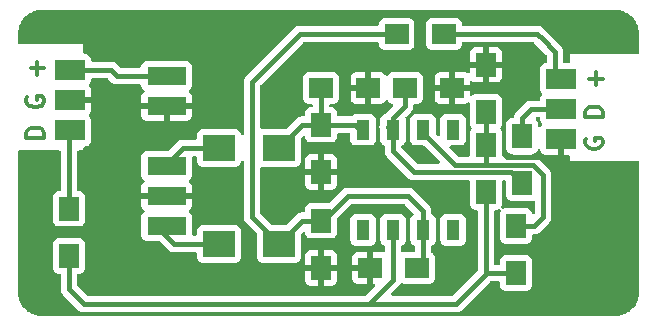
<source format=gbr>
%TF.GenerationSoftware,KiCad,Pcbnew,7.0.1*%
%TF.CreationDate,2024-12-17T12:14:20+02:00*%
%TF.ProjectId,preampV3,70726561-6d70-4563-932e-6b696361645f,rev?*%
%TF.SameCoordinates,Original*%
%TF.FileFunction,Copper,L1,Top*%
%TF.FilePolarity,Positive*%
%FSLAX46Y46*%
G04 Gerber Fmt 4.6, Leading zero omitted, Abs format (unit mm)*
G04 Created by KiCad (PCBNEW 7.0.1) date 2024-12-17 12:14:20*
%MOMM*%
%LPD*%
G01*
G04 APERTURE LIST*
%ADD10C,0.300000*%
%TA.AperFunction,NonConductor*%
%ADD11C,0.300000*%
%TD*%
%TA.AperFunction,SMDPad,CuDef*%
%ADD12R,2.000000X1.700000*%
%TD*%
%TA.AperFunction,SMDPad,CuDef*%
%ADD13R,2.700000X2.200000*%
%TD*%
%TA.AperFunction,SMDPad,CuDef*%
%ADD14R,1.700000X2.000000*%
%TD*%
%TA.AperFunction,ComponentPad*%
%ADD15R,1.130000X1.675000*%
%TD*%
%TA.AperFunction,SMDPad,CuDef*%
%ADD16R,2.500000X1.700000*%
%TD*%
%TA.AperFunction,ComponentPad*%
%ADD17R,3.290000X1.500000*%
%TD*%
%TA.AperFunction,Conductor*%
%ADD18C,0.400000*%
%TD*%
G04 APERTURE END LIST*
D10*
D11*
X171014657Y-95478742D02*
X170943228Y-95621600D01*
X170943228Y-95621600D02*
X170943228Y-95835885D01*
X170943228Y-95835885D02*
X171014657Y-96050171D01*
X171014657Y-96050171D02*
X171157514Y-96193028D01*
X171157514Y-96193028D02*
X171300371Y-96264457D01*
X171300371Y-96264457D02*
X171586085Y-96335885D01*
X171586085Y-96335885D02*
X171800371Y-96335885D01*
X171800371Y-96335885D02*
X172086085Y-96264457D01*
X172086085Y-96264457D02*
X172228942Y-96193028D01*
X172228942Y-96193028D02*
X172371800Y-96050171D01*
X172371800Y-96050171D02*
X172443228Y-95835885D01*
X172443228Y-95835885D02*
X172443228Y-95693028D01*
X172443228Y-95693028D02*
X172371800Y-95478742D01*
X172371800Y-95478742D02*
X172300371Y-95407314D01*
X172300371Y-95407314D02*
X171800371Y-95407314D01*
X171800371Y-95407314D02*
X171800371Y-95693028D01*
X172443228Y-93621600D02*
X170943228Y-93621600D01*
X170943228Y-93621600D02*
X170943228Y-93264457D01*
X170943228Y-93264457D02*
X171014657Y-93050171D01*
X171014657Y-93050171D02*
X171157514Y-92907314D01*
X171157514Y-92907314D02*
X171300371Y-92835885D01*
X171300371Y-92835885D02*
X171586085Y-92764457D01*
X171586085Y-92764457D02*
X171800371Y-92764457D01*
X171800371Y-92764457D02*
X172086085Y-92835885D01*
X172086085Y-92835885D02*
X172228942Y-92907314D01*
X172228942Y-92907314D02*
X172371800Y-93050171D01*
X172371800Y-93050171D02*
X172443228Y-93264457D01*
X172443228Y-93264457D02*
X172443228Y-93621600D01*
X171871800Y-90978743D02*
X171871800Y-89835886D01*
X172443228Y-90407314D02*
X171300371Y-90407314D01*
D10*
D11*
X125148428Y-95400857D02*
X123648428Y-95400857D01*
X123648428Y-95400857D02*
X123648428Y-95043714D01*
X123648428Y-95043714D02*
X123719857Y-94829428D01*
X123719857Y-94829428D02*
X123862714Y-94686571D01*
X123862714Y-94686571D02*
X124005571Y-94615142D01*
X124005571Y-94615142D02*
X124291285Y-94543714D01*
X124291285Y-94543714D02*
X124505571Y-94543714D01*
X124505571Y-94543714D02*
X124791285Y-94615142D01*
X124791285Y-94615142D02*
X124934142Y-94686571D01*
X124934142Y-94686571D02*
X125077000Y-94829428D01*
X125077000Y-94829428D02*
X125148428Y-95043714D01*
X125148428Y-95043714D02*
X125148428Y-95400857D01*
X123719857Y-91972285D02*
X123648428Y-92115143D01*
X123648428Y-92115143D02*
X123648428Y-92329428D01*
X123648428Y-92329428D02*
X123719857Y-92543714D01*
X123719857Y-92543714D02*
X123862714Y-92686571D01*
X123862714Y-92686571D02*
X124005571Y-92758000D01*
X124005571Y-92758000D02*
X124291285Y-92829428D01*
X124291285Y-92829428D02*
X124505571Y-92829428D01*
X124505571Y-92829428D02*
X124791285Y-92758000D01*
X124791285Y-92758000D02*
X124934142Y-92686571D01*
X124934142Y-92686571D02*
X125077000Y-92543714D01*
X125077000Y-92543714D02*
X125148428Y-92329428D01*
X125148428Y-92329428D02*
X125148428Y-92186571D01*
X125148428Y-92186571D02*
X125077000Y-91972285D01*
X125077000Y-91972285D02*
X125005571Y-91900857D01*
X125005571Y-91900857D02*
X124505571Y-91900857D01*
X124505571Y-91900857D02*
X124505571Y-92186571D01*
X124577000Y-90115143D02*
X124577000Y-88972286D01*
X125148428Y-89543714D02*
X124005571Y-89543714D01*
D12*
X159702000Y-91186000D03*
X155702000Y-91186000D03*
D13*
X139954000Y-96266000D03*
X145054000Y-96266000D03*
D14*
X165100000Y-102870000D03*
X165100000Y-106870000D03*
D15*
X159766000Y-94723500D03*
X157226000Y-94723500D03*
X154686000Y-94723500D03*
X152146000Y-94723500D03*
X152146000Y-103208500D03*
X154686000Y-103208500D03*
X157226000Y-103208500D03*
X159766000Y-103208500D03*
D14*
X148590000Y-102426000D03*
X148590000Y-106426000D03*
X162560000Y-96012000D03*
X162560000Y-100012000D03*
D12*
X148590000Y-91186000D03*
X152590000Y-91186000D03*
D14*
X162560000Y-89218000D03*
X162560000Y-93218000D03*
D16*
X127355600Y-92202000D03*
X127355600Y-89662000D03*
D14*
X127254000Y-101410000D03*
X127254000Y-105410000D03*
X165608000Y-95250000D03*
X165608000Y-99250000D03*
D16*
X168910000Y-90424000D03*
X168910000Y-92964000D03*
X168910000Y-95504000D03*
D17*
X135515000Y-90170000D03*
X135515000Y-92710000D03*
X135515000Y-97790000D03*
X135515000Y-100330000D03*
X135515000Y-102870000D03*
D12*
X155004000Y-86614000D03*
X159004000Y-86614000D03*
D13*
X139954000Y-104394000D03*
X145054000Y-104394000D03*
D14*
X148590000Y-94298000D03*
X148590000Y-98298000D03*
D12*
X156718000Y-106426000D03*
X152718000Y-106426000D03*
D16*
X127355600Y-94792800D03*
D18*
X164338000Y-97028000D02*
X164084000Y-96774000D01*
X168910000Y-97028000D02*
X164338000Y-97028000D01*
X168910000Y-95504000D02*
X168910000Y-97028000D01*
X147022000Y-94298000D02*
X148590000Y-94298000D01*
X148590000Y-94298000D02*
X151448000Y-94298000D01*
X145054000Y-96266000D02*
X147022000Y-94298000D01*
X151448000Y-94298000D02*
X152146000Y-94996000D01*
X148590000Y-94298000D02*
X148590000Y-91186000D01*
X157226000Y-101600000D02*
X157226000Y-102936000D01*
X142748000Y-90678000D02*
X142748000Y-102088000D01*
X148590000Y-102426000D02*
X148780000Y-102426000D01*
X156718000Y-106426000D02*
X157226000Y-105918000D01*
X155956000Y-100330000D02*
X157226000Y-101600000D01*
X148780000Y-102426000D02*
X150876000Y-100330000D01*
X157226000Y-105918000D02*
X157226000Y-102936000D01*
X145054000Y-104394000D02*
X147022000Y-102426000D01*
X146812000Y-86614000D02*
X142748000Y-90678000D01*
X150876000Y-100330000D02*
X155956000Y-100330000D01*
X142748000Y-102088000D02*
X145054000Y-104394000D01*
X155004000Y-86614000D02*
X146812000Y-86614000D01*
X147022000Y-102426000D02*
X148590000Y-102426000D01*
X131318000Y-90170000D02*
X134620000Y-90170000D01*
X130810000Y-89662000D02*
X131318000Y-90170000D01*
X127355600Y-89662000D02*
X130810000Y-89662000D01*
X127254000Y-101410000D02*
X127254000Y-94894400D01*
X127254000Y-94894400D02*
X127355600Y-94792800D01*
X166370000Y-92964000D02*
X168910000Y-92964000D01*
X165608000Y-95250000D02*
X165608000Y-93726000D01*
X165608000Y-93726000D02*
X166370000Y-92964000D01*
X168351200Y-92913200D02*
X168402000Y-92964000D01*
X162560000Y-96012000D02*
X162560000Y-93218000D01*
X166624000Y-102870000D02*
X165100000Y-102870000D01*
X167386000Y-98552000D02*
X167386000Y-102108000D01*
X167386000Y-102108000D02*
X166624000Y-102870000D01*
X162560000Y-96012000D02*
X162560000Y-97698000D01*
X157226000Y-94996000D02*
X159928000Y-97698000D01*
X159928000Y-97698000D02*
X162560000Y-97698000D01*
X162560000Y-97698000D02*
X166532000Y-97698000D01*
X166532000Y-97698000D02*
X167386000Y-98552000D01*
X154686000Y-94996000D02*
X154686000Y-96520000D01*
X154750000Y-94866000D02*
X154686000Y-94930000D01*
X156464000Y-98298000D02*
X164656000Y-98298000D01*
X155702000Y-92710000D02*
X155702000Y-91186000D01*
X154686000Y-93726000D02*
X155702000Y-92710000D01*
X154244000Y-94488000D02*
X154686000Y-94930000D01*
X164656000Y-98298000D02*
X165608000Y-99250000D01*
X154686000Y-94996000D02*
X154686000Y-93726000D01*
X154686000Y-96520000D02*
X156464000Y-98298000D01*
X134620000Y-102870000D02*
X136144000Y-104394000D01*
X136144000Y-104394000D02*
X139954000Y-104394000D01*
X135382000Y-97790000D02*
X136906000Y-96266000D01*
X134620000Y-97790000D02*
X135382000Y-97790000D01*
X136906000Y-96266000D02*
X139954000Y-96266000D01*
X162560000Y-106934000D02*
X160020000Y-109474000D01*
X154686000Y-102936000D02*
X154686000Y-107442000D01*
X127254000Y-105410000D02*
X127254000Y-108204000D01*
X154686000Y-107442000D02*
X152654000Y-109474000D01*
X162624000Y-106870000D02*
X162560000Y-106934000D01*
X152654000Y-109474000D02*
X160020000Y-109474000D01*
X127254000Y-108204000D02*
X128524000Y-109474000D01*
X162560000Y-100012000D02*
X162560000Y-106934000D01*
X165100000Y-106870000D02*
X162624000Y-106870000D01*
X128524000Y-109474000D02*
X152654000Y-109474000D01*
X168402000Y-88138000D02*
X167259000Y-86995000D01*
X159004000Y-86614000D02*
X166878000Y-86614000D01*
X166878000Y-86614000D02*
X167259000Y-86995000D01*
X168402000Y-90424000D02*
X168402000Y-88138000D01*
%TA.AperFunction,Conductor*%
G36*
X173518042Y-84582764D02*
G01*
X173597586Y-84587978D01*
X173597767Y-84587991D01*
X173775587Y-84600709D01*
X173790904Y-84602772D01*
X173902378Y-84624945D01*
X173904437Y-84625374D01*
X174044240Y-84655786D01*
X174057703Y-84659522D01*
X174171725Y-84698228D01*
X174175074Y-84699420D01*
X174302808Y-84747062D01*
X174314300Y-84752024D01*
X174424687Y-84806461D01*
X174429187Y-84808798D01*
X174546478Y-84872844D01*
X174555942Y-84878574D01*
X174659269Y-84947615D01*
X174664688Y-84951450D01*
X174770727Y-85030830D01*
X174778145Y-85036844D01*
X174871976Y-85119131D01*
X174877898Y-85124678D01*
X174971320Y-85218100D01*
X174976867Y-85224022D01*
X175059150Y-85317848D01*
X175065173Y-85325278D01*
X175102691Y-85375396D01*
X175144548Y-85431310D01*
X175148383Y-85436729D01*
X175217424Y-85540056D01*
X175223154Y-85549520D01*
X175287183Y-85666779D01*
X175289564Y-85671363D01*
X175343969Y-85781687D01*
X175348938Y-85793196D01*
X175396556Y-85920863D01*
X175397793Y-85924338D01*
X175436470Y-86038276D01*
X175440217Y-86051777D01*
X175470613Y-86191508D01*
X175471064Y-86193675D01*
X175493224Y-86305080D01*
X175495291Y-86320425D01*
X175507995Y-86498046D01*
X175508045Y-86498781D01*
X175513234Y-86577942D01*
X175513500Y-86586053D01*
X175513500Y-88189957D01*
X175496887Y-88251957D01*
X175451500Y-88297344D01*
X175389500Y-88313957D01*
X169662014Y-88313957D01*
X169662014Y-88949500D01*
X169645401Y-89011500D01*
X169600014Y-89056887D01*
X169538014Y-89073500D01*
X169226500Y-89073500D01*
X169164500Y-89056887D01*
X169119113Y-89011500D01*
X169102500Y-88949500D01*
X169102500Y-88162910D01*
X169102726Y-88155423D01*
X169102793Y-88154303D01*
X169106357Y-88095394D01*
X169095509Y-88036201D01*
X169094392Y-88028856D01*
X169087140Y-87969128D01*
X169083546Y-87959652D01*
X169077520Y-87938036D01*
X169075694Y-87928068D01*
X169050997Y-87873195D01*
X169048155Y-87866334D01*
X169026818Y-87810070D01*
X169021058Y-87801726D01*
X169010039Y-87782190D01*
X169005878Y-87772943D01*
X169002928Y-87769178D01*
X168968785Y-87725596D01*
X168964354Y-87719577D01*
X168930183Y-87670071D01*
X168885153Y-87630178D01*
X168879715Y-87625058D01*
X167390940Y-86136283D01*
X167385822Y-86130847D01*
X167345929Y-86085817D01*
X167296429Y-86051649D01*
X167290405Y-86047216D01*
X167243054Y-86010120D01*
X167233813Y-86005961D01*
X167214273Y-85994941D01*
X167205930Y-85989182D01*
X167205927Y-85989181D01*
X167205926Y-85989180D01*
X167149701Y-85967856D01*
X167142783Y-85964991D01*
X167087929Y-85940303D01*
X167077952Y-85938475D01*
X167056339Y-85932450D01*
X167046873Y-85928860D01*
X166987172Y-85921610D01*
X166979771Y-85920483D01*
X166920607Y-85909641D01*
X166860566Y-85913274D01*
X166853079Y-85913500D01*
X160628499Y-85913500D01*
X160566499Y-85896887D01*
X160521112Y-85851500D01*
X160504499Y-85789500D01*
X160504499Y-85716130D01*
X160502260Y-85695303D01*
X160498091Y-85656517D01*
X160447796Y-85521669D01*
X160361546Y-85406454D01*
X160246331Y-85320204D01*
X160111483Y-85269909D01*
X160051873Y-85263500D01*
X160051869Y-85263500D01*
X157956130Y-85263500D01*
X157896515Y-85269909D01*
X157761669Y-85320204D01*
X157646454Y-85406454D01*
X157560204Y-85521668D01*
X157509909Y-85656516D01*
X157503500Y-85716130D01*
X157503500Y-87511869D01*
X157509909Y-87571484D01*
X157531806Y-87630193D01*
X157560204Y-87706331D01*
X157646454Y-87821546D01*
X157761669Y-87907796D01*
X157896517Y-87958091D01*
X157956127Y-87964500D01*
X160051872Y-87964499D01*
X160111483Y-87958091D01*
X160246331Y-87907796D01*
X160361546Y-87821546D01*
X160447796Y-87706331D01*
X160498091Y-87571483D01*
X160504500Y-87511873D01*
X160504500Y-87438500D01*
X160521113Y-87376500D01*
X160566500Y-87331113D01*
X160628500Y-87314500D01*
X166536481Y-87314500D01*
X166583934Y-87323939D01*
X166624162Y-87350819D01*
X167665181Y-88391838D01*
X167692061Y-88432066D01*
X167701500Y-88479519D01*
X167701500Y-88952509D01*
X167687031Y-89010637D01*
X167647002Y-89055200D01*
X167590753Y-89075798D01*
X167570083Y-89078020D01*
X167552515Y-89079909D01*
X167417669Y-89130204D01*
X167302454Y-89216454D01*
X167216204Y-89331668D01*
X167165909Y-89466516D01*
X167159500Y-89526130D01*
X167159500Y-91321869D01*
X167165909Y-91381484D01*
X167187851Y-91440312D01*
X167216204Y-91516331D01*
X167280942Y-91602810D01*
X167293578Y-91619689D01*
X167315477Y-91667642D01*
X167315477Y-91720358D01*
X167293578Y-91768311D01*
X167216204Y-91871668D01*
X167165909Y-92006516D01*
X167159500Y-92066131D01*
X167159500Y-92139500D01*
X167142887Y-92201500D01*
X167097500Y-92246887D01*
X167035500Y-92263500D01*
X166394921Y-92263500D01*
X166387434Y-92263274D01*
X166327391Y-92259641D01*
X166268227Y-92270483D01*
X166260828Y-92271610D01*
X166201124Y-92278860D01*
X166191651Y-92282453D01*
X166170047Y-92288476D01*
X166160069Y-92290305D01*
X166105225Y-92314987D01*
X166098310Y-92317851D01*
X166042070Y-92339181D01*
X166033723Y-92344943D01*
X166014187Y-92355961D01*
X166004944Y-92360121D01*
X165957608Y-92397205D01*
X165951582Y-92401639D01*
X165902072Y-92435816D01*
X165862184Y-92480838D01*
X165857052Y-92486289D01*
X165130290Y-93213051D01*
X165124838Y-93218183D01*
X165079816Y-93258070D01*
X165045649Y-93307568D01*
X165041213Y-93313597D01*
X165004121Y-93360942D01*
X164999961Y-93370186D01*
X164988941Y-93389725D01*
X164983182Y-93398069D01*
X164961853Y-93454305D01*
X164958989Y-93461219D01*
X164934303Y-93516070D01*
X164932475Y-93526047D01*
X164926454Y-93547648D01*
X164922859Y-93557128D01*
X164915609Y-93616827D01*
X164914484Y-93624222D01*
X164910156Y-93647846D01*
X164887319Y-93699990D01*
X164843591Y-93736435D01*
X164788186Y-93749501D01*
X164710128Y-93749501D01*
X164680322Y-93752705D01*
X164650515Y-93755909D01*
X164515669Y-93806204D01*
X164400454Y-93892454D01*
X164314204Y-94007668D01*
X164263909Y-94142515D01*
X164263909Y-94142517D01*
X164257902Y-94198394D01*
X164257500Y-94202130D01*
X164257500Y-96297869D01*
X164263909Y-96357483D01*
X164314204Y-96492331D01*
X164400454Y-96607546D01*
X164515669Y-96693796D01*
X164650517Y-96744091D01*
X164707435Y-96750210D01*
X164765504Y-96772066D01*
X164805716Y-96819319D01*
X164818001Y-96880137D01*
X164799285Y-96939293D01*
X164754252Y-96981977D01*
X164694179Y-96997500D01*
X164034500Y-96997500D01*
X163972500Y-96980887D01*
X163927113Y-96935500D01*
X163910500Y-96873500D01*
X163910499Y-94964130D01*
X163910499Y-94964127D01*
X163904091Y-94904517D01*
X163853796Y-94769669D01*
X163793637Y-94689307D01*
X163771740Y-94641358D01*
X163771740Y-94588642D01*
X163793637Y-94540692D01*
X163853796Y-94460331D01*
X163904091Y-94325483D01*
X163910500Y-94265873D01*
X163910499Y-92170128D01*
X163904091Y-92110517D01*
X163853796Y-91975669D01*
X163767546Y-91860454D01*
X163652331Y-91774204D01*
X163517483Y-91723909D01*
X163457873Y-91717500D01*
X163457869Y-91717500D01*
X161662130Y-91717500D01*
X161602515Y-91723909D01*
X161467670Y-91774203D01*
X161467668Y-91774204D01*
X161467669Y-91774204D01*
X161400308Y-91824629D01*
X161337053Y-91848868D01*
X161270496Y-91836246D01*
X161220505Y-91790529D01*
X161202000Y-91725362D01*
X161202000Y-91436000D01*
X159952000Y-91436000D01*
X159952000Y-92536000D01*
X160749824Y-92536000D01*
X160809375Y-92529597D01*
X160944088Y-92479352D01*
X161011189Y-92429121D01*
X161074447Y-92404882D01*
X161141004Y-92417504D01*
X161190995Y-92463221D01*
X161209500Y-92528388D01*
X161209500Y-94265869D01*
X161214728Y-94314499D01*
X161215909Y-94325483D01*
X161266204Y-94460331D01*
X161326360Y-94540689D01*
X161348259Y-94588640D01*
X161348259Y-94641357D01*
X161326360Y-94689309D01*
X161266205Y-94769666D01*
X161215909Y-94904516D01*
X161209500Y-94964130D01*
X161209501Y-96873500D01*
X161192888Y-96935500D01*
X161147501Y-96980887D01*
X161085501Y-96997500D01*
X160269519Y-96997500D01*
X160222066Y-96988061D01*
X160181838Y-96961181D01*
X159493837Y-96273180D01*
X159463587Y-96223817D01*
X159459045Y-96166101D01*
X159481200Y-96112614D01*
X159525223Y-96075014D01*
X159581518Y-96061499D01*
X160378870Y-96061499D01*
X160378872Y-96061499D01*
X160438483Y-96055091D01*
X160573331Y-96004796D01*
X160688546Y-95918546D01*
X160774796Y-95803331D01*
X160825091Y-95668483D01*
X160831500Y-95608873D01*
X160831499Y-93838128D01*
X160825091Y-93778517D01*
X160774796Y-93643669D01*
X160688546Y-93528454D01*
X160573331Y-93442204D01*
X160438483Y-93391909D01*
X160378873Y-93385500D01*
X160378869Y-93385500D01*
X159153130Y-93385500D01*
X159093515Y-93391909D01*
X158958669Y-93442204D01*
X158843454Y-93528454D01*
X158757204Y-93643668D01*
X158706909Y-93778515D01*
X158706909Y-93778517D01*
X158700803Y-93835317D01*
X158700500Y-93838131D01*
X158700500Y-95180481D01*
X158686985Y-95236776D01*
X158649385Y-95280799D01*
X158595898Y-95302954D01*
X158538182Y-95298412D01*
X158488819Y-95268162D01*
X158327818Y-95107161D01*
X158300938Y-95066933D01*
X158291499Y-95019480D01*
X158291499Y-93838130D01*
X158291197Y-93835317D01*
X158285091Y-93778517D01*
X158234796Y-93643669D01*
X158148546Y-93528454D01*
X158033331Y-93442204D01*
X157898483Y-93391909D01*
X157838873Y-93385500D01*
X157838869Y-93385500D01*
X156613130Y-93385500D01*
X156553515Y-93391909D01*
X156418669Y-93442204D01*
X156303454Y-93528454D01*
X156217204Y-93643668D01*
X156166909Y-93778515D01*
X156166909Y-93778517D01*
X156160803Y-93835315D01*
X156160500Y-93838130D01*
X156160500Y-95608869D01*
X156163974Y-95641181D01*
X156166909Y-95668483D01*
X156217204Y-95803331D01*
X156303454Y-95918546D01*
X156418669Y-96004796D01*
X156553517Y-96055091D01*
X156613127Y-96061500D01*
X157249480Y-96061499D01*
X157296933Y-96070938D01*
X157337161Y-96097818D01*
X158625162Y-97385819D01*
X158655412Y-97435182D01*
X158659954Y-97492898D01*
X158637799Y-97546385D01*
X158593776Y-97583985D01*
X158537481Y-97597500D01*
X156805519Y-97597500D01*
X156758066Y-97588061D01*
X156717838Y-97561181D01*
X155422819Y-96266162D01*
X155395939Y-96225934D01*
X155386500Y-96178481D01*
X155386500Y-96130736D01*
X155396512Y-96081923D01*
X155424931Y-96040993D01*
X155467165Y-96014555D01*
X155493331Y-96004796D01*
X155608546Y-95918546D01*
X155694796Y-95803331D01*
X155745091Y-95668483D01*
X155751500Y-95608873D01*
X155751499Y-93838128D01*
X155745091Y-93778517D01*
X155740081Y-93765084D01*
X155732298Y-93718805D01*
X155742274Y-93672942D01*
X155768579Y-93634076D01*
X156179731Y-93222924D01*
X156185150Y-93217823D01*
X156230183Y-93177929D01*
X156264355Y-93128420D01*
X156268775Y-93122413D01*
X156305878Y-93075057D01*
X156310035Y-93065819D01*
X156321060Y-93046270D01*
X156326818Y-93037930D01*
X156348152Y-92981673D01*
X156350996Y-92974808D01*
X156375695Y-92919932D01*
X156377522Y-92909958D01*
X156383552Y-92888331D01*
X156387140Y-92878871D01*
X156394387Y-92819184D01*
X156395514Y-92811778D01*
X156396956Y-92803909D01*
X156406358Y-92752606D01*
X156402726Y-92692566D01*
X156402500Y-92685079D01*
X156402500Y-92660499D01*
X156419113Y-92598499D01*
X156464500Y-92553112D01*
X156526500Y-92536499D01*
X156749870Y-92536499D01*
X156749872Y-92536499D01*
X156809483Y-92530091D01*
X156944331Y-92479796D01*
X157059546Y-92393546D01*
X157145796Y-92278331D01*
X157196091Y-92143483D01*
X157202500Y-92083873D01*
X157202499Y-91436000D01*
X158202000Y-91436000D01*
X158202000Y-92083824D01*
X158208402Y-92143375D01*
X158258647Y-92278089D01*
X158344811Y-92393188D01*
X158459910Y-92479352D01*
X158594624Y-92529597D01*
X158654176Y-92536000D01*
X159452000Y-92536000D01*
X159452000Y-91436000D01*
X158202000Y-91436000D01*
X157202499Y-91436000D01*
X157202499Y-90936000D01*
X158202000Y-90936000D01*
X159452000Y-90936000D01*
X159952000Y-90936000D01*
X161202000Y-90936000D01*
X161202000Y-90710014D01*
X161220505Y-90644847D01*
X161270496Y-90599130D01*
X161337053Y-90586508D01*
X161400311Y-90610747D01*
X161467911Y-90661352D01*
X161602624Y-90711597D01*
X161662176Y-90718000D01*
X162310000Y-90718000D01*
X162310000Y-89468000D01*
X162810000Y-89468000D01*
X162810000Y-90718000D01*
X163457824Y-90718000D01*
X163517375Y-90711597D01*
X163652089Y-90661352D01*
X163767188Y-90575188D01*
X163853352Y-90460089D01*
X163903597Y-90325375D01*
X163910000Y-90265824D01*
X163910000Y-89468000D01*
X162810000Y-89468000D01*
X162310000Y-89468000D01*
X161210000Y-89468000D01*
X161210000Y-89843986D01*
X161191495Y-89909153D01*
X161141504Y-89954870D01*
X161074947Y-89967492D01*
X161011689Y-89943253D01*
X160944088Y-89892647D01*
X160809375Y-89842402D01*
X160749824Y-89836000D01*
X159952000Y-89836000D01*
X159952000Y-90936000D01*
X159452000Y-90936000D01*
X159452000Y-89836000D01*
X158654176Y-89836000D01*
X158594624Y-89842402D01*
X158459910Y-89892647D01*
X158344811Y-89978811D01*
X158258647Y-90093910D01*
X158208402Y-90228624D01*
X158202000Y-90288176D01*
X158202000Y-90936000D01*
X157202499Y-90936000D01*
X157202499Y-90288128D01*
X157196091Y-90228517D01*
X157145796Y-90093669D01*
X157059546Y-89978454D01*
X156944331Y-89892204D01*
X156809483Y-89841909D01*
X156749873Y-89835500D01*
X156749869Y-89835500D01*
X154654130Y-89835500D01*
X154594515Y-89841909D01*
X154459668Y-89892204D01*
X154459669Y-89892204D01*
X154344454Y-89978454D01*
X154258204Y-90093669D01*
X154258203Y-90093670D01*
X154247520Y-90107942D01*
X154246086Y-90106868D01*
X154228260Y-90132935D01*
X154175534Y-90160752D01*
X154115920Y-90160749D01*
X154063197Y-90132927D01*
X154045520Y-90107073D01*
X154044037Y-90108184D01*
X153947188Y-89978811D01*
X153832089Y-89892647D01*
X153697375Y-89842402D01*
X153637824Y-89836000D01*
X152840000Y-89836000D01*
X152840000Y-92536000D01*
X153637824Y-92536000D01*
X153697375Y-92529597D01*
X153832089Y-92479352D01*
X153947188Y-92393188D01*
X154044037Y-92263816D01*
X154045520Y-92264926D01*
X154063194Y-92239075D01*
X154115919Y-92211251D01*
X154175535Y-92211248D01*
X154228263Y-92239067D01*
X154246086Y-92265131D01*
X154247520Y-92264058D01*
X154258203Y-92278328D01*
X154258204Y-92278331D01*
X154344454Y-92393546D01*
X154459669Y-92479796D01*
X154594517Y-92530091D01*
X154604752Y-92531191D01*
X154668438Y-92557238D01*
X154708434Y-92613227D01*
X154712424Y-92681919D01*
X154679179Y-92742162D01*
X154208290Y-93213051D01*
X154202838Y-93218183D01*
X154157816Y-93258070D01*
X154123649Y-93307568D01*
X154119213Y-93313598D01*
X154094234Y-93345482D01*
X154056798Y-93377430D01*
X154027110Y-93386838D01*
X153878669Y-93442204D01*
X153763454Y-93528454D01*
X153677204Y-93643668D01*
X153626909Y-93778515D01*
X153626909Y-93778517D01*
X153620803Y-93835317D01*
X153620500Y-93838131D01*
X153620500Y-94130780D01*
X153602617Y-94194927D01*
X153600860Y-94197833D01*
X153600520Y-94198397D01*
X153549914Y-94360800D01*
X153539798Y-94528024D01*
X153539642Y-94530606D01*
X153570305Y-94697932D01*
X153602591Y-94769669D01*
X153609575Y-94785185D01*
X153620500Y-94836077D01*
X153620500Y-95608869D01*
X153623974Y-95641181D01*
X153626909Y-95668483D01*
X153677204Y-95803331D01*
X153763454Y-95918546D01*
X153878669Y-96004796D01*
X153904834Y-96014555D01*
X153947069Y-96040993D01*
X153975488Y-96081923D01*
X153985500Y-96130736D01*
X153985500Y-96495079D01*
X153985274Y-96502566D01*
X153981641Y-96562607D01*
X153992483Y-96621771D01*
X153993610Y-96629172D01*
X154000860Y-96688873D01*
X154004450Y-96698339D01*
X154010475Y-96719952D01*
X154012303Y-96729929D01*
X154036991Y-96784783D01*
X154039856Y-96791701D01*
X154061180Y-96847926D01*
X154061182Y-96847930D01*
X154066941Y-96856273D01*
X154077961Y-96875813D01*
X154082120Y-96885054D01*
X154119216Y-96932405D01*
X154123651Y-96938432D01*
X154125293Y-96940811D01*
X154154492Y-96983113D01*
X154157817Y-96987929D01*
X154202847Y-97027822D01*
X154208283Y-97032940D01*
X155951058Y-98775715D01*
X155956178Y-98781153D01*
X155957222Y-98782331D01*
X155996072Y-98826184D01*
X156045573Y-98860352D01*
X156051591Y-98864780D01*
X156098944Y-98901878D01*
X156108180Y-98906034D01*
X156127731Y-98917062D01*
X156136066Y-98922816D01*
X156136068Y-98922816D01*
X156136070Y-98922818D01*
X156192326Y-98944152D01*
X156199220Y-98947009D01*
X156254069Y-98971695D01*
X156264044Y-98973522D01*
X156285656Y-98979547D01*
X156295128Y-98983140D01*
X156354841Y-98990390D01*
X156362185Y-98991507D01*
X156421394Y-99002358D01*
X156478102Y-98998927D01*
X156481434Y-98998726D01*
X156488921Y-98998500D01*
X161085500Y-98998500D01*
X161147500Y-99015113D01*
X161192887Y-99060500D01*
X161209500Y-99122500D01*
X161209500Y-101059869D01*
X161212423Y-101087058D01*
X161215909Y-101119483D01*
X161266204Y-101254331D01*
X161352454Y-101369546D01*
X161467669Y-101455796D01*
X161602517Y-101506091D01*
X161662127Y-101512500D01*
X161735500Y-101512500D01*
X161797500Y-101529113D01*
X161842887Y-101574500D01*
X161859500Y-101636500D01*
X161859500Y-106592481D01*
X161850061Y-106639934D01*
X161823181Y-106680162D01*
X159766162Y-108737181D01*
X159725934Y-108764061D01*
X159678481Y-108773500D01*
X154644519Y-108773500D01*
X154588224Y-108759985D01*
X154544201Y-108722385D01*
X154522046Y-108668898D01*
X154526588Y-108611182D01*
X154556838Y-108561819D01*
X154704728Y-108413929D01*
X155163731Y-107954924D01*
X155169150Y-107949823D01*
X155214183Y-107909929D01*
X155248355Y-107860420D01*
X155252775Y-107854413D01*
X155289878Y-107807057D01*
X155294035Y-107797819D01*
X155305061Y-107778269D01*
X155310818Y-107769930D01*
X155310819Y-107769926D01*
X155317220Y-107760655D01*
X155357074Y-107723826D01*
X155408838Y-107707541D01*
X155462599Y-107714920D01*
X155475665Y-107719793D01*
X155475669Y-107719796D01*
X155610517Y-107770091D01*
X155670127Y-107776500D01*
X157765872Y-107776499D01*
X157825483Y-107770091D01*
X157960331Y-107719796D01*
X158075546Y-107633546D01*
X158161796Y-107518331D01*
X158212091Y-107383483D01*
X158218500Y-107323873D01*
X158218499Y-105528128D01*
X158212091Y-105468517D01*
X158161796Y-105333669D01*
X158075546Y-105218454D01*
X158049500Y-105198956D01*
X157976189Y-105144075D01*
X157939616Y-105100312D01*
X157926500Y-105044808D01*
X157926500Y-104615736D01*
X157936512Y-104566923D01*
X157964931Y-104525993D01*
X158007165Y-104499555D01*
X158033331Y-104489796D01*
X158148546Y-104403546D01*
X158234796Y-104288331D01*
X158285091Y-104153483D01*
X158291500Y-104093873D01*
X158291500Y-104093869D01*
X158700500Y-104093869D01*
X158706909Y-104153484D01*
X158712200Y-104167669D01*
X158757204Y-104288331D01*
X158843454Y-104403546D01*
X158958669Y-104489796D01*
X159093517Y-104540091D01*
X159153127Y-104546500D01*
X160378872Y-104546499D01*
X160438483Y-104540091D01*
X160573331Y-104489796D01*
X160688546Y-104403546D01*
X160774796Y-104288331D01*
X160825091Y-104153483D01*
X160831500Y-104093873D01*
X160831499Y-102323128D01*
X160825091Y-102263517D01*
X160774796Y-102128669D01*
X160688546Y-102013454D01*
X160573331Y-101927204D01*
X160438483Y-101876909D01*
X160378873Y-101870500D01*
X160378869Y-101870500D01*
X159153130Y-101870500D01*
X159093515Y-101876909D01*
X158958669Y-101927204D01*
X158843454Y-102013454D01*
X158757204Y-102128668D01*
X158706909Y-102263515D01*
X158706909Y-102263517D01*
X158703323Y-102296876D01*
X158700500Y-102323130D01*
X158700500Y-104093869D01*
X158291500Y-104093869D01*
X158291499Y-102323128D01*
X158285091Y-102263517D01*
X158234796Y-102128669D01*
X158148546Y-102013454D01*
X158033331Y-101927204D01*
X158007165Y-101917444D01*
X157964931Y-101891007D01*
X157936512Y-101850077D01*
X157926500Y-101801264D01*
X157926500Y-101624910D01*
X157926726Y-101617423D01*
X157929322Y-101574499D01*
X157930357Y-101557394D01*
X157919509Y-101498201D01*
X157918392Y-101490856D01*
X157911140Y-101431128D01*
X157907546Y-101421652D01*
X157901520Y-101400036D01*
X157899694Y-101390068D01*
X157874997Y-101335195D01*
X157872155Y-101328334D01*
X157850818Y-101272070D01*
X157845058Y-101263726D01*
X157834039Y-101244190D01*
X157829878Y-101234943D01*
X157826928Y-101231178D01*
X157792785Y-101187596D01*
X157788354Y-101181577D01*
X157754183Y-101132071D01*
X157709153Y-101092178D01*
X157703715Y-101087058D01*
X156468940Y-99852283D01*
X156463822Y-99846847D01*
X156423929Y-99801817D01*
X156418399Y-99798000D01*
X156374436Y-99767654D01*
X156368405Y-99763216D01*
X156321054Y-99726120D01*
X156311813Y-99721961D01*
X156292273Y-99710941D01*
X156283930Y-99705182D01*
X156283927Y-99705181D01*
X156283926Y-99705180D01*
X156227701Y-99683856D01*
X156220783Y-99680991D01*
X156165929Y-99656303D01*
X156155952Y-99654475D01*
X156134339Y-99648450D01*
X156124873Y-99644860D01*
X156065172Y-99637610D01*
X156057771Y-99636483D01*
X155998607Y-99625641D01*
X155938566Y-99629274D01*
X155931079Y-99629500D01*
X150900921Y-99629500D01*
X150893434Y-99629274D01*
X150833391Y-99625641D01*
X150774227Y-99636483D01*
X150766828Y-99637610D01*
X150707124Y-99644860D01*
X150697651Y-99648453D01*
X150676047Y-99654476D01*
X150666069Y-99656305D01*
X150611225Y-99680987D01*
X150604310Y-99683851D01*
X150548070Y-99705181D01*
X150539723Y-99710943D01*
X150520187Y-99721961D01*
X150510944Y-99726121D01*
X150463608Y-99763205D01*
X150457582Y-99767639D01*
X150408072Y-99801816D01*
X150368184Y-99846838D01*
X150363052Y-99852289D01*
X149326160Y-100889181D01*
X149285932Y-100916061D01*
X149238479Y-100925500D01*
X147692130Y-100925500D01*
X147632515Y-100931909D01*
X147497669Y-100982204D01*
X147382454Y-101068454D01*
X147296204Y-101183668D01*
X147263232Y-101272070D01*
X147245909Y-101318517D01*
X147239739Y-101375909D01*
X147239500Y-101378131D01*
X147239500Y-101601500D01*
X147222887Y-101663500D01*
X147177500Y-101708887D01*
X147115500Y-101725500D01*
X147046910Y-101725500D01*
X147039423Y-101725274D01*
X146979391Y-101721642D01*
X146920242Y-101732481D01*
X146912843Y-101733608D01*
X146853122Y-101740860D01*
X146843641Y-101744456D01*
X146822036Y-101750479D01*
X146812069Y-101752305D01*
X146757234Y-101776984D01*
X146750318Y-101779848D01*
X146694069Y-101801181D01*
X146685725Y-101806941D01*
X146666183Y-101817963D01*
X146656944Y-101822121D01*
X146609594Y-101859216D01*
X146603566Y-101863652D01*
X146554067Y-101897819D01*
X146514183Y-101942838D01*
X146509051Y-101948290D01*
X145700161Y-102757181D01*
X145659933Y-102784061D01*
X145612480Y-102793500D01*
X144495519Y-102793500D01*
X144448066Y-102784061D01*
X144407838Y-102757181D01*
X143484819Y-101834162D01*
X143457939Y-101793934D01*
X143448500Y-101746481D01*
X143448500Y-98548000D01*
X147240000Y-98548000D01*
X147240000Y-99345824D01*
X147246402Y-99405375D01*
X147296647Y-99540089D01*
X147382811Y-99655188D01*
X147497910Y-99741352D01*
X147632624Y-99791597D01*
X147692176Y-99798000D01*
X148340000Y-99798000D01*
X148340000Y-98548000D01*
X148840000Y-98548000D01*
X148840000Y-99798000D01*
X149487824Y-99798000D01*
X149547375Y-99791597D01*
X149682089Y-99741352D01*
X149797188Y-99655188D01*
X149883352Y-99540089D01*
X149933597Y-99405375D01*
X149940000Y-99345824D01*
X149940000Y-98548000D01*
X148840000Y-98548000D01*
X148340000Y-98548000D01*
X147240000Y-98548000D01*
X143448500Y-98548000D01*
X143448500Y-98048000D01*
X147240000Y-98048000D01*
X148340000Y-98048000D01*
X148340000Y-96798000D01*
X148840000Y-96798000D01*
X148840000Y-98048000D01*
X149940000Y-98048000D01*
X149940000Y-97250176D01*
X149933597Y-97190624D01*
X149883352Y-97055910D01*
X149797188Y-96940811D01*
X149682089Y-96854647D01*
X149547375Y-96804402D01*
X149487824Y-96798000D01*
X148840000Y-96798000D01*
X148340000Y-96798000D01*
X147692176Y-96798000D01*
X147632624Y-96804402D01*
X147497910Y-96854647D01*
X147382811Y-96940811D01*
X147296647Y-97055910D01*
X147246402Y-97190624D01*
X147240000Y-97250176D01*
X147240000Y-98048000D01*
X143448500Y-98048000D01*
X143448500Y-97982224D01*
X143467394Y-97916431D01*
X143518319Y-97870688D01*
X143585755Y-97858934D01*
X143596516Y-97860090D01*
X143596517Y-97860091D01*
X143656127Y-97866500D01*
X146451872Y-97866499D01*
X146511483Y-97860091D01*
X146646331Y-97809796D01*
X146761546Y-97723546D01*
X146847796Y-97608331D01*
X146898091Y-97473483D01*
X146904500Y-97413873D01*
X146904499Y-95457517D01*
X146913938Y-95410065D01*
X146940815Y-95369840D01*
X147029569Y-95281086D01*
X147089810Y-95247843D01*
X147158502Y-95251833D01*
X147214491Y-95291829D01*
X147240537Y-95355515D01*
X147245909Y-95405483D01*
X147296204Y-95540331D01*
X147382454Y-95655546D01*
X147497669Y-95741796D01*
X147632517Y-95792091D01*
X147692127Y-95798500D01*
X149487872Y-95798499D01*
X149547483Y-95792091D01*
X149682331Y-95741796D01*
X149797546Y-95655546D01*
X149883796Y-95540331D01*
X149934091Y-95405483D01*
X149940500Y-95345873D01*
X149940500Y-95122500D01*
X149957113Y-95060500D01*
X150002500Y-95015113D01*
X150064500Y-94998500D01*
X150956501Y-94998500D01*
X151018501Y-95015113D01*
X151063888Y-95060500D01*
X151080501Y-95122500D01*
X151080501Y-95608872D01*
X151086909Y-95668483D01*
X151137204Y-95803331D01*
X151223454Y-95918546D01*
X151338669Y-96004796D01*
X151473517Y-96055091D01*
X151533127Y-96061500D01*
X152758872Y-96061499D01*
X152818483Y-96055091D01*
X152953331Y-96004796D01*
X153068546Y-95918546D01*
X153154796Y-95803331D01*
X153205091Y-95668483D01*
X153211500Y-95608873D01*
X153211499Y-93838128D01*
X153205091Y-93778517D01*
X153154796Y-93643669D01*
X153068546Y-93528454D01*
X152953331Y-93442204D01*
X152818483Y-93391909D01*
X152758873Y-93385500D01*
X152758869Y-93385500D01*
X151533130Y-93385500D01*
X151473515Y-93391909D01*
X151338669Y-93442204D01*
X151223452Y-93528454D01*
X151208962Y-93547812D01*
X151165200Y-93584384D01*
X151109696Y-93597500D01*
X150064499Y-93597500D01*
X150002499Y-93580887D01*
X149957112Y-93535500D01*
X149940499Y-93473500D01*
X149940499Y-93250130D01*
X149937576Y-93222941D01*
X149934091Y-93190517D01*
X149883796Y-93055669D01*
X149797546Y-92940454D01*
X149682331Y-92854204D01*
X149547483Y-92803909D01*
X149487873Y-92797500D01*
X149487869Y-92797500D01*
X149414500Y-92797500D01*
X149352500Y-92780887D01*
X149307113Y-92735500D01*
X149290500Y-92673500D01*
X149290500Y-92660499D01*
X149307113Y-92598499D01*
X149352500Y-92553112D01*
X149414500Y-92536499D01*
X149637870Y-92536499D01*
X149637872Y-92536499D01*
X149697483Y-92530091D01*
X149832331Y-92479796D01*
X149947546Y-92393546D01*
X150033796Y-92278331D01*
X150084091Y-92143483D01*
X150090500Y-92083873D01*
X150090499Y-91436000D01*
X151090000Y-91436000D01*
X151090000Y-92083824D01*
X151096402Y-92143375D01*
X151146647Y-92278089D01*
X151232811Y-92393188D01*
X151347910Y-92479352D01*
X151482624Y-92529597D01*
X151542176Y-92536000D01*
X152340000Y-92536000D01*
X152340000Y-91436000D01*
X151090000Y-91436000D01*
X150090499Y-91436000D01*
X150090499Y-90936000D01*
X151090000Y-90936000D01*
X152340000Y-90936000D01*
X152340000Y-89836000D01*
X151542176Y-89836000D01*
X151482624Y-89842402D01*
X151347910Y-89892647D01*
X151232811Y-89978811D01*
X151146647Y-90093910D01*
X151096402Y-90228624D01*
X151090000Y-90288176D01*
X151090000Y-90936000D01*
X150090499Y-90936000D01*
X150090499Y-90288128D01*
X150084091Y-90228517D01*
X150033796Y-90093669D01*
X149947546Y-89978454D01*
X149832331Y-89892204D01*
X149697483Y-89841909D01*
X149637873Y-89835500D01*
X149637869Y-89835500D01*
X147542130Y-89835500D01*
X147482515Y-89841909D01*
X147347669Y-89892204D01*
X147232454Y-89978454D01*
X147146204Y-90093668D01*
X147095909Y-90228516D01*
X147089500Y-90288130D01*
X147089500Y-92083869D01*
X147095909Y-92143484D01*
X147117548Y-92201500D01*
X147146204Y-92278331D01*
X147232454Y-92393546D01*
X147347669Y-92479796D01*
X147482517Y-92530091D01*
X147542127Y-92536500D01*
X147765500Y-92536500D01*
X147827500Y-92553113D01*
X147872887Y-92598500D01*
X147889500Y-92660500D01*
X147889500Y-92673501D01*
X147872887Y-92735501D01*
X147827500Y-92780888D01*
X147765500Y-92797501D01*
X147692128Y-92797501D01*
X147662322Y-92800705D01*
X147632515Y-92803909D01*
X147497669Y-92854204D01*
X147382454Y-92940454D01*
X147296204Y-93055668D01*
X147245909Y-93190515D01*
X147245909Y-93190517D01*
X147242935Y-93218183D01*
X147239500Y-93250131D01*
X147239500Y-93473500D01*
X147222887Y-93535500D01*
X147177500Y-93580887D01*
X147115500Y-93597500D01*
X147046910Y-93597500D01*
X147039423Y-93597274D01*
X146979391Y-93593642D01*
X146920242Y-93604481D01*
X146912843Y-93605608D01*
X146853122Y-93612860D01*
X146843641Y-93616456D01*
X146822036Y-93622479D01*
X146812069Y-93624305D01*
X146757234Y-93648984D01*
X146750318Y-93651848D01*
X146694069Y-93673181D01*
X146685725Y-93678941D01*
X146666183Y-93689963D01*
X146656944Y-93694121D01*
X146609594Y-93731216D01*
X146603566Y-93735652D01*
X146554067Y-93769819D01*
X146514183Y-93814838D01*
X146509051Y-93820290D01*
X145700160Y-94629181D01*
X145659932Y-94656061D01*
X145612479Y-94665500D01*
X143656129Y-94665500D01*
X143585753Y-94673066D01*
X143518318Y-94661312D01*
X143467394Y-94615569D01*
X143448500Y-94549776D01*
X143448500Y-91019519D01*
X143457939Y-90972066D01*
X143484819Y-90931838D01*
X145448657Y-88968000D01*
X161210000Y-88968000D01*
X162310000Y-88968000D01*
X162310000Y-87718000D01*
X162810000Y-87718000D01*
X162810000Y-88968000D01*
X163910000Y-88968000D01*
X163910000Y-88170176D01*
X163903597Y-88110624D01*
X163853352Y-87975910D01*
X163767188Y-87860811D01*
X163652089Y-87774647D01*
X163517375Y-87724402D01*
X163457824Y-87718000D01*
X162810000Y-87718000D01*
X162310000Y-87718000D01*
X161662176Y-87718000D01*
X161602624Y-87724402D01*
X161467910Y-87774647D01*
X161352811Y-87860811D01*
X161266647Y-87975910D01*
X161216402Y-88110624D01*
X161210000Y-88170176D01*
X161210000Y-88968000D01*
X145448657Y-88968000D01*
X147065838Y-87350819D01*
X147106066Y-87323939D01*
X147153519Y-87314500D01*
X153379501Y-87314500D01*
X153441501Y-87331113D01*
X153486888Y-87376500D01*
X153503501Y-87438500D01*
X153503501Y-87511870D01*
X153509909Y-87571484D01*
X153531806Y-87630193D01*
X153560204Y-87706331D01*
X153646454Y-87821546D01*
X153761669Y-87907796D01*
X153896517Y-87958091D01*
X153956127Y-87964500D01*
X156051872Y-87964499D01*
X156111483Y-87958091D01*
X156246331Y-87907796D01*
X156361546Y-87821546D01*
X156447796Y-87706331D01*
X156498091Y-87571483D01*
X156504500Y-87511873D01*
X156504499Y-85716128D01*
X156498091Y-85656517D01*
X156447796Y-85521669D01*
X156361546Y-85406454D01*
X156246331Y-85320204D01*
X156111483Y-85269909D01*
X156051873Y-85263500D01*
X156051869Y-85263500D01*
X153956130Y-85263500D01*
X153896515Y-85269909D01*
X153761669Y-85320204D01*
X153646454Y-85406454D01*
X153560204Y-85521668D01*
X153509909Y-85656516D01*
X153503500Y-85716131D01*
X153503500Y-85789500D01*
X153486887Y-85851500D01*
X153441500Y-85896887D01*
X153379500Y-85913500D01*
X146836921Y-85913500D01*
X146829434Y-85913274D01*
X146769391Y-85909641D01*
X146710227Y-85920483D01*
X146702828Y-85921610D01*
X146643124Y-85928860D01*
X146633651Y-85932453D01*
X146612047Y-85938476D01*
X146602069Y-85940305D01*
X146547212Y-85964993D01*
X146540296Y-85967857D01*
X146484070Y-85989181D01*
X146475726Y-85994941D01*
X146456185Y-86005962D01*
X146446941Y-86010122D01*
X146399597Y-86047213D01*
X146393568Y-86051649D01*
X146344070Y-86085816D01*
X146304183Y-86130838D01*
X146299051Y-86136290D01*
X142270290Y-90165051D01*
X142264838Y-90170183D01*
X142219816Y-90210070D01*
X142185649Y-90259568D01*
X142181213Y-90265597D01*
X142144121Y-90312942D01*
X142139961Y-90322186D01*
X142128941Y-90341725D01*
X142123182Y-90350069D01*
X142101853Y-90406305D01*
X142098989Y-90413219D01*
X142074303Y-90468070D01*
X142072475Y-90478047D01*
X142066454Y-90499648D01*
X142062859Y-90509128D01*
X142055609Y-90568827D01*
X142054483Y-90576226D01*
X142043641Y-90635391D01*
X142047274Y-90695434D01*
X142047500Y-90702921D01*
X142047500Y-95064978D01*
X142031977Y-95125052D01*
X141989293Y-95170084D01*
X141930136Y-95188800D01*
X141869318Y-95176514D01*
X141822066Y-95136302D01*
X141800210Y-95078231D01*
X141798091Y-95058517D01*
X141747796Y-94923669D01*
X141661546Y-94808454D01*
X141546331Y-94722204D01*
X141411483Y-94671909D01*
X141351873Y-94665500D01*
X141351869Y-94665500D01*
X138556130Y-94665500D01*
X138496515Y-94671909D01*
X138361669Y-94722204D01*
X138246454Y-94808454D01*
X138160204Y-94923668D01*
X138109909Y-95058515D01*
X138109909Y-95058517D01*
X138107790Y-95078231D01*
X138103500Y-95118131D01*
X138103500Y-95441500D01*
X138086887Y-95503500D01*
X138041500Y-95548887D01*
X137979500Y-95565500D01*
X136930909Y-95565500D01*
X136923422Y-95565274D01*
X136863391Y-95561642D01*
X136804242Y-95572481D01*
X136796843Y-95573608D01*
X136737122Y-95580860D01*
X136727641Y-95584456D01*
X136706036Y-95590479D01*
X136696069Y-95592305D01*
X136641234Y-95616984D01*
X136634318Y-95619848D01*
X136578069Y-95641181D01*
X136569725Y-95646941D01*
X136550183Y-95657963D01*
X136540946Y-95662120D01*
X136493604Y-95699210D01*
X136487573Y-95703647D01*
X136438071Y-95737815D01*
X136398177Y-95782846D01*
X136393044Y-95788298D01*
X135678161Y-96503181D01*
X135637933Y-96530061D01*
X135590480Y-96539500D01*
X133822130Y-96539500D01*
X133762515Y-96545909D01*
X133627669Y-96596204D01*
X133512454Y-96682454D01*
X133426204Y-96797668D01*
X133375909Y-96932516D01*
X133375588Y-96935500D01*
X133369952Y-96987929D01*
X133369500Y-96992130D01*
X133369500Y-98587869D01*
X133375909Y-98647483D01*
X133426204Y-98782331D01*
X133484611Y-98860352D01*
X133512454Y-98897546D01*
X133597278Y-98961045D01*
X133633851Y-99004808D01*
X133646967Y-99060312D01*
X133633851Y-99115816D01*
X133597278Y-99159579D01*
X133512811Y-99222810D01*
X133426647Y-99337910D01*
X133376402Y-99472624D01*
X133370000Y-99532176D01*
X133370000Y-100080000D01*
X137660000Y-100080000D01*
X137660000Y-99532176D01*
X137653597Y-99472624D01*
X137603352Y-99337910D01*
X137517189Y-99222811D01*
X137432721Y-99159579D01*
X137396148Y-99115816D01*
X137383032Y-99060312D01*
X137396148Y-99004807D01*
X137432722Y-98961045D01*
X137455303Y-98944141D01*
X137517546Y-98897546D01*
X137603796Y-98782331D01*
X137654091Y-98647483D01*
X137660500Y-98587873D01*
X137660499Y-97090499D01*
X137677112Y-97028500D01*
X137722499Y-96983113D01*
X137784499Y-96966500D01*
X137979501Y-96966500D01*
X138041501Y-96983113D01*
X138086888Y-97028500D01*
X138103501Y-97090500D01*
X138103501Y-97413872D01*
X138109909Y-97473483D01*
X138160204Y-97608331D01*
X138246454Y-97723546D01*
X138361669Y-97809796D01*
X138496517Y-97860091D01*
X138556127Y-97866500D01*
X141351872Y-97866499D01*
X141411483Y-97860091D01*
X141546331Y-97809796D01*
X141661546Y-97723546D01*
X141747796Y-97608331D01*
X141798091Y-97473483D01*
X141800210Y-97453771D01*
X141822066Y-97395702D01*
X141869319Y-97355491D01*
X141930137Y-97343205D01*
X141989293Y-97361921D01*
X142031977Y-97406954D01*
X142047500Y-97467027D01*
X142047500Y-102063079D01*
X142047274Y-102070566D01*
X142043641Y-102130607D01*
X142054483Y-102189771D01*
X142055610Y-102197172D01*
X142062860Y-102256873D01*
X142066450Y-102266339D01*
X142072475Y-102287952D01*
X142074303Y-102297929D01*
X142098991Y-102352783D01*
X142101856Y-102359701D01*
X142109439Y-102379694D01*
X142123182Y-102415930D01*
X142128941Y-102424273D01*
X142139961Y-102443813D01*
X142144120Y-102453054D01*
X142144121Y-102453055D01*
X142144122Y-102453057D01*
X142147895Y-102457873D01*
X142181216Y-102500405D01*
X142185651Y-102506432D01*
X142219817Y-102555929D01*
X142264847Y-102595822D01*
X142270283Y-102600940D01*
X142721012Y-103051669D01*
X143167181Y-103497837D01*
X143194061Y-103538065D01*
X143203500Y-103585518D01*
X143203500Y-105541869D01*
X143209909Y-105601483D01*
X143260204Y-105736331D01*
X143346454Y-105851546D01*
X143461669Y-105937796D01*
X143596517Y-105988091D01*
X143656127Y-105994500D01*
X146451872Y-105994499D01*
X146511483Y-105988091D01*
X146646331Y-105937796D01*
X146761546Y-105851546D01*
X146847796Y-105736331D01*
X146898091Y-105601483D01*
X146904500Y-105541873D01*
X146904499Y-104093869D01*
X151080500Y-104093869D01*
X151086909Y-104153484D01*
X151092200Y-104167669D01*
X151137204Y-104288331D01*
X151223454Y-104403546D01*
X151338669Y-104489796D01*
X151473517Y-104540091D01*
X151533127Y-104546500D01*
X152758872Y-104546499D01*
X152818483Y-104540091D01*
X152953331Y-104489796D01*
X153068546Y-104403546D01*
X153154796Y-104288331D01*
X153205091Y-104153483D01*
X153211500Y-104093873D01*
X153211499Y-102323128D01*
X153205091Y-102263517D01*
X153154796Y-102128669D01*
X153068546Y-102013454D01*
X152953331Y-101927204D01*
X152818483Y-101876909D01*
X152758873Y-101870500D01*
X152758869Y-101870500D01*
X151533130Y-101870500D01*
X151473515Y-101876909D01*
X151338669Y-101927204D01*
X151223454Y-102013454D01*
X151137204Y-102128668D01*
X151086909Y-102263515D01*
X151086909Y-102263517D01*
X151083323Y-102296876D01*
X151080500Y-102323130D01*
X151080500Y-104093869D01*
X146904499Y-104093869D01*
X146904499Y-103585517D01*
X146913938Y-103538065D01*
X146940815Y-103497840D01*
X147029569Y-103409086D01*
X147089810Y-103375843D01*
X147158502Y-103379833D01*
X147214491Y-103419829D01*
X147240538Y-103483516D01*
X147245909Y-103533484D01*
X147256689Y-103562387D01*
X147296204Y-103668331D01*
X147382454Y-103783546D01*
X147497669Y-103869796D01*
X147632517Y-103920091D01*
X147692127Y-103926500D01*
X149487872Y-103926499D01*
X149547483Y-103920091D01*
X149682331Y-103869796D01*
X149797546Y-103783546D01*
X149883796Y-103668331D01*
X149934091Y-103533483D01*
X149940500Y-103473873D01*
X149940499Y-102307517D01*
X149949938Y-102260065D01*
X149976815Y-102219840D01*
X151129837Y-101066819D01*
X151170066Y-101039939D01*
X151217519Y-101030500D01*
X155614481Y-101030500D01*
X155661934Y-101039939D01*
X155702162Y-101066819D01*
X156399761Y-101764418D01*
X156433246Y-101825740D01*
X156428262Y-101895431D01*
X156386392Y-101951365D01*
X156303454Y-102013452D01*
X156217204Y-102128668D01*
X156166909Y-102263515D01*
X156166909Y-102263517D01*
X156163323Y-102296876D01*
X156160500Y-102323130D01*
X156160500Y-104093869D01*
X156166909Y-104153484D01*
X156172200Y-104167669D01*
X156217204Y-104288331D01*
X156303454Y-104403546D01*
X156418669Y-104489796D01*
X156444834Y-104499555D01*
X156487069Y-104525993D01*
X156515488Y-104566923D01*
X156525500Y-104615736D01*
X156525500Y-104951501D01*
X156508887Y-105013501D01*
X156463500Y-105058888D01*
X156401500Y-105075501D01*
X155670128Y-105075501D01*
X155610517Y-105081909D01*
X155553831Y-105103051D01*
X155495047Y-105109902D01*
X155439780Y-105088725D01*
X155400624Y-105044344D01*
X155386500Y-104986869D01*
X155386500Y-104615736D01*
X155396512Y-104566923D01*
X155424931Y-104525993D01*
X155467165Y-104499555D01*
X155493331Y-104489796D01*
X155608546Y-104403546D01*
X155694796Y-104288331D01*
X155745091Y-104153483D01*
X155751500Y-104093873D01*
X155751499Y-102323128D01*
X155745091Y-102263517D01*
X155694796Y-102128669D01*
X155608546Y-102013454D01*
X155493331Y-101927204D01*
X155358483Y-101876909D01*
X155298873Y-101870500D01*
X155298869Y-101870500D01*
X154073130Y-101870500D01*
X154013515Y-101876909D01*
X153878669Y-101927204D01*
X153763454Y-102013454D01*
X153677204Y-102128668D01*
X153626909Y-102263515D01*
X153626909Y-102263517D01*
X153623323Y-102296876D01*
X153620500Y-102323130D01*
X153620500Y-104093869D01*
X153626909Y-104153484D01*
X153632200Y-104167669D01*
X153677204Y-104288331D01*
X153763454Y-104403546D01*
X153878669Y-104489796D01*
X153904834Y-104499555D01*
X153947069Y-104525993D01*
X153975488Y-104566923D01*
X153985500Y-104615736D01*
X153985500Y-104963531D01*
X153971376Y-105021006D01*
X153932221Y-105065387D01*
X153876954Y-105086564D01*
X153841043Y-105082378D01*
X153840862Y-105084067D01*
X153765824Y-105076000D01*
X152968000Y-105076000D01*
X152968000Y-107776000D01*
X153061981Y-107776000D01*
X153118276Y-107789515D01*
X153162299Y-107827115D01*
X153184454Y-107880602D01*
X153179912Y-107938318D01*
X153149662Y-107987681D01*
X152400162Y-108737181D01*
X152359934Y-108764061D01*
X152312481Y-108773500D01*
X128865519Y-108773500D01*
X128818066Y-108764061D01*
X128777838Y-108737181D01*
X127990819Y-107950162D01*
X127963939Y-107909934D01*
X127954500Y-107862481D01*
X127954500Y-107034499D01*
X127971113Y-106972499D01*
X128016500Y-106927112D01*
X128078500Y-106910499D01*
X128151870Y-106910499D01*
X128151872Y-106910499D01*
X128211483Y-106904091D01*
X128346331Y-106853796D01*
X128461546Y-106767546D01*
X128530077Y-106676000D01*
X147240000Y-106676000D01*
X147240000Y-107473824D01*
X147246402Y-107533375D01*
X147296647Y-107668089D01*
X147382811Y-107783188D01*
X147497910Y-107869352D01*
X147632624Y-107919597D01*
X147692176Y-107926000D01*
X148340000Y-107926000D01*
X148340000Y-106676000D01*
X148840000Y-106676000D01*
X148840000Y-107926000D01*
X149487824Y-107926000D01*
X149547375Y-107919597D01*
X149682089Y-107869352D01*
X149797188Y-107783188D01*
X149883352Y-107668089D01*
X149933597Y-107533375D01*
X149940000Y-107473824D01*
X149940000Y-106676000D01*
X151218000Y-106676000D01*
X151218000Y-107323824D01*
X151224402Y-107383375D01*
X151274647Y-107518089D01*
X151360811Y-107633188D01*
X151475910Y-107719352D01*
X151610624Y-107769597D01*
X151670176Y-107776000D01*
X152468000Y-107776000D01*
X152468000Y-106676000D01*
X151218000Y-106676000D01*
X149940000Y-106676000D01*
X148840000Y-106676000D01*
X148340000Y-106676000D01*
X147240000Y-106676000D01*
X128530077Y-106676000D01*
X128547796Y-106652331D01*
X128598091Y-106517483D01*
X128604500Y-106457873D01*
X128604500Y-106176000D01*
X147240000Y-106176000D01*
X148340000Y-106176000D01*
X148340000Y-104926000D01*
X148840000Y-104926000D01*
X148840000Y-106176000D01*
X149940000Y-106176000D01*
X151218000Y-106176000D01*
X152468000Y-106176000D01*
X152468000Y-105076000D01*
X151670176Y-105076000D01*
X151610624Y-105082402D01*
X151475910Y-105132647D01*
X151360811Y-105218811D01*
X151274647Y-105333910D01*
X151224402Y-105468624D01*
X151218000Y-105528176D01*
X151218000Y-106176000D01*
X149940000Y-106176000D01*
X149940000Y-105378176D01*
X149933597Y-105318624D01*
X149883352Y-105183910D01*
X149797188Y-105068811D01*
X149682089Y-104982647D01*
X149547375Y-104932402D01*
X149487824Y-104926000D01*
X148840000Y-104926000D01*
X148340000Y-104926000D01*
X147692176Y-104926000D01*
X147632624Y-104932402D01*
X147497910Y-104982647D01*
X147382811Y-105068811D01*
X147296647Y-105183910D01*
X147246402Y-105318624D01*
X147240000Y-105378176D01*
X147240000Y-106176000D01*
X128604500Y-106176000D01*
X128604499Y-104362128D01*
X128598091Y-104302517D01*
X128547796Y-104167669D01*
X128461546Y-104052454D01*
X128346331Y-103966204D01*
X128211483Y-103915909D01*
X128151873Y-103909500D01*
X128151869Y-103909500D01*
X126356130Y-103909500D01*
X126296515Y-103915909D01*
X126161669Y-103966204D01*
X126046454Y-104052454D01*
X125960204Y-104167668D01*
X125909909Y-104302516D01*
X125903500Y-104362130D01*
X125903500Y-106457869D01*
X125909909Y-106517483D01*
X125960204Y-106652331D01*
X126046454Y-106767546D01*
X126161669Y-106853796D01*
X126296517Y-106904091D01*
X126356127Y-106910500D01*
X126429500Y-106910500D01*
X126491500Y-106927113D01*
X126536887Y-106972500D01*
X126553500Y-107034500D01*
X126553500Y-108179079D01*
X126553274Y-108186566D01*
X126549641Y-108246607D01*
X126560483Y-108305771D01*
X126561610Y-108313172D01*
X126568860Y-108372873D01*
X126572450Y-108382339D01*
X126578475Y-108403952D01*
X126580303Y-108413929D01*
X126604991Y-108468783D01*
X126607856Y-108475701D01*
X126629180Y-108531926D01*
X126629182Y-108531930D01*
X126634941Y-108540273D01*
X126645961Y-108559813D01*
X126650120Y-108569054D01*
X126687216Y-108616405D01*
X126691651Y-108622432D01*
X126725817Y-108671929D01*
X126770847Y-108711822D01*
X126776283Y-108716940D01*
X128011058Y-109951715D01*
X128016178Y-109957153D01*
X128056071Y-110002183D01*
X128105577Y-110036354D01*
X128111596Y-110040785D01*
X128155178Y-110074928D01*
X128158943Y-110077878D01*
X128168190Y-110082039D01*
X128187726Y-110093058D01*
X128196070Y-110098818D01*
X128252334Y-110120155D01*
X128259195Y-110122997D01*
X128314068Y-110147694D01*
X128324036Y-110149520D01*
X128345652Y-110155546D01*
X128355128Y-110159140D01*
X128414856Y-110166392D01*
X128422201Y-110167509D01*
X128481394Y-110178357D01*
X128541422Y-110174726D01*
X128548910Y-110174500D01*
X152611628Y-110174500D01*
X152629079Y-110174500D01*
X152636566Y-110174726D01*
X152639706Y-110174915D01*
X152696606Y-110178358D01*
X152706575Y-110176531D01*
X152728927Y-110174500D01*
X159995079Y-110174500D01*
X160002566Y-110174726D01*
X160005706Y-110174915D01*
X160062606Y-110178358D01*
X160121782Y-110167513D01*
X160129181Y-110166387D01*
X160188872Y-110159140D01*
X160198335Y-110155550D01*
X160219958Y-110149522D01*
X160229932Y-110147695D01*
X160284808Y-110122996D01*
X160291673Y-110120152D01*
X160347930Y-110098818D01*
X160356270Y-110093060D01*
X160375819Y-110082035D01*
X160385057Y-110077878D01*
X160432413Y-110040775D01*
X160438420Y-110036355D01*
X160487929Y-110002183D01*
X160527823Y-109957150D01*
X160532924Y-109951731D01*
X162877837Y-107606819D01*
X162918066Y-107579939D01*
X162965519Y-107570500D01*
X163625501Y-107570500D01*
X163687501Y-107587113D01*
X163732888Y-107632500D01*
X163749501Y-107694500D01*
X163749501Y-107917872D01*
X163750375Y-107926000D01*
X163755909Y-107977484D01*
X163781056Y-108044907D01*
X163806204Y-108112331D01*
X163892454Y-108227546D01*
X164007669Y-108313796D01*
X164142517Y-108364091D01*
X164202127Y-108370500D01*
X165997872Y-108370499D01*
X166057483Y-108364091D01*
X166192331Y-108313796D01*
X166307546Y-108227546D01*
X166393796Y-108112331D01*
X166444091Y-107977483D01*
X166450500Y-107917873D01*
X166450499Y-105822128D01*
X166444091Y-105762517D01*
X166393796Y-105627669D01*
X166307546Y-105512454D01*
X166192331Y-105426204D01*
X166057483Y-105375909D01*
X165997873Y-105369500D01*
X165997869Y-105369500D01*
X164202130Y-105369500D01*
X164142515Y-105375909D01*
X164007669Y-105426204D01*
X163892454Y-105512454D01*
X163806204Y-105627668D01*
X163755909Y-105762516D01*
X163749500Y-105822131D01*
X163749500Y-106045500D01*
X163732887Y-106107500D01*
X163687500Y-106152887D01*
X163625500Y-106169500D01*
X163384500Y-106169500D01*
X163322500Y-106152887D01*
X163277113Y-106107500D01*
X163260500Y-106045500D01*
X163260500Y-101636499D01*
X163277113Y-101574499D01*
X163322500Y-101529112D01*
X163384500Y-101512499D01*
X163457870Y-101512499D01*
X163457872Y-101512499D01*
X163517483Y-101506091D01*
X163651136Y-101456241D01*
X163720821Y-101451258D01*
X163782145Y-101484742D01*
X163815630Y-101546065D01*
X163810646Y-101615757D01*
X163755909Y-101762514D01*
X163754188Y-101778524D01*
X163749501Y-101822123D01*
X163749500Y-101822130D01*
X163749500Y-103917869D01*
X163755909Y-103977483D01*
X163806204Y-104112331D01*
X163892454Y-104227546D01*
X164007669Y-104313796D01*
X164142517Y-104364091D01*
X164202127Y-104370500D01*
X165997872Y-104370499D01*
X166057483Y-104364091D01*
X166192331Y-104313796D01*
X166307546Y-104227546D01*
X166393796Y-104112331D01*
X166444091Y-103977483D01*
X166450500Y-103917873D01*
X166450500Y-103694500D01*
X166467113Y-103632500D01*
X166512500Y-103587113D01*
X166574500Y-103570500D01*
X166599079Y-103570500D01*
X166606566Y-103570726D01*
X166609706Y-103570915D01*
X166666606Y-103574358D01*
X166725782Y-103563513D01*
X166733181Y-103562387D01*
X166792872Y-103555140D01*
X166802335Y-103551550D01*
X166823958Y-103545522D01*
X166833932Y-103543695D01*
X166888808Y-103518996D01*
X166895673Y-103516152D01*
X166951930Y-103494818D01*
X166960270Y-103489060D01*
X166979819Y-103478035D01*
X166989057Y-103473878D01*
X167036413Y-103436775D01*
X167042420Y-103432355D01*
X167091929Y-103398183D01*
X167131823Y-103353150D01*
X167136924Y-103347731D01*
X167863731Y-102620924D01*
X167869150Y-102615823D01*
X167914183Y-102575929D01*
X167948377Y-102526389D01*
X167952770Y-102520419D01*
X167989878Y-102473056D01*
X167994035Y-102463818D01*
X168005061Y-102444268D01*
X168010818Y-102435930D01*
X168032152Y-102379674D01*
X168034994Y-102372811D01*
X168059695Y-102317931D01*
X168061522Y-102307956D01*
X168067549Y-102286339D01*
X168071140Y-102276872D01*
X168078387Y-102217179D01*
X168079514Y-102209777D01*
X168082504Y-102193462D01*
X168090358Y-102150606D01*
X168086726Y-102090566D01*
X168086500Y-102083079D01*
X168086500Y-98576910D01*
X168086726Y-98569423D01*
X168086793Y-98568303D01*
X168090357Y-98509394D01*
X168079509Y-98450201D01*
X168078392Y-98442856D01*
X168071140Y-98383128D01*
X168071139Y-98383125D01*
X168067546Y-98373650D01*
X168061519Y-98352029D01*
X168059694Y-98342068D01*
X168035012Y-98287228D01*
X168032151Y-98280322D01*
X168010818Y-98224070D01*
X168005058Y-98215726D01*
X167994030Y-98196172D01*
X167989877Y-98186943D01*
X167952788Y-98139602D01*
X167948349Y-98133569D01*
X167914184Y-98084072D01*
X167914183Y-98084071D01*
X167869153Y-98044178D01*
X167863715Y-98039058D01*
X167044940Y-97220283D01*
X167039822Y-97214847D01*
X166999929Y-97169817D01*
X166950432Y-97135651D01*
X166944405Y-97131216D01*
X166897054Y-97094120D01*
X166887813Y-97089961D01*
X166868273Y-97078941D01*
X166859930Y-97073182D01*
X166859927Y-97073181D01*
X166859926Y-97073180D01*
X166803701Y-97051856D01*
X166796783Y-97048991D01*
X166741929Y-97024303D01*
X166731952Y-97022475D01*
X166710339Y-97016450D01*
X166700873Y-97012860D01*
X166641172Y-97005610D01*
X166633771Y-97004483D01*
X166574605Y-96993641D01*
X166548254Y-96995235D01*
X166486229Y-96982822D01*
X166438397Y-96941431D01*
X166417204Y-96881831D01*
X166428166Y-96819534D01*
X166468431Y-96770748D01*
X166527515Y-96748172D01*
X166565483Y-96744091D01*
X166700331Y-96693796D01*
X166815546Y-96607546D01*
X166901796Y-96492331D01*
X166926400Y-96426362D01*
X166964773Y-96373147D01*
X167024931Y-96346960D01*
X167090031Y-96355135D01*
X167141846Y-96395384D01*
X167165870Y-96456438D01*
X167166400Y-96461371D01*
X167216647Y-96596089D01*
X167302811Y-96711188D01*
X167417910Y-96797352D01*
X167552624Y-96847597D01*
X167612176Y-96854000D01*
X168660000Y-96854000D01*
X168660000Y-95378000D01*
X168676613Y-95316000D01*
X168722000Y-95270613D01*
X168784000Y-95254000D01*
X169036000Y-95254000D01*
X169098000Y-95270613D01*
X169143387Y-95316000D01*
X169160000Y-95378000D01*
X169160000Y-96854000D01*
X169538014Y-96854000D01*
X169600014Y-96870613D01*
X169645401Y-96916000D01*
X169662014Y-96978000D01*
X169662014Y-97336386D01*
X175389500Y-97336386D01*
X175451500Y-97352999D01*
X175496887Y-97398386D01*
X175513500Y-97460386D01*
X175513500Y-108485947D01*
X175513234Y-108494058D01*
X175508045Y-108573217D01*
X175507995Y-108573952D01*
X175495291Y-108751573D01*
X175493224Y-108766918D01*
X175471064Y-108878323D01*
X175470613Y-108880490D01*
X175440217Y-109020221D01*
X175436470Y-109033722D01*
X175397793Y-109147660D01*
X175396556Y-109151135D01*
X175348938Y-109278802D01*
X175343969Y-109290311D01*
X175289564Y-109400635D01*
X175287183Y-109405219D01*
X175223154Y-109522478D01*
X175217424Y-109531942D01*
X175148383Y-109635269D01*
X175144548Y-109640688D01*
X175065181Y-109746711D01*
X175059142Y-109754160D01*
X174976867Y-109847976D01*
X174971320Y-109853898D01*
X174877898Y-109947320D01*
X174871976Y-109952867D01*
X174778160Y-110035142D01*
X174770711Y-110041181D01*
X174664688Y-110120548D01*
X174659269Y-110124383D01*
X174555942Y-110193424D01*
X174546478Y-110199154D01*
X174429219Y-110263183D01*
X174424635Y-110265564D01*
X174314311Y-110319969D01*
X174302802Y-110324938D01*
X174175135Y-110372556D01*
X174171660Y-110373793D01*
X174057722Y-110412470D01*
X174044221Y-110416217D01*
X173904490Y-110446613D01*
X173902323Y-110447064D01*
X173790918Y-110469224D01*
X173775573Y-110471291D01*
X173597952Y-110483995D01*
X173597217Y-110484045D01*
X173518058Y-110489234D01*
X173509947Y-110489500D01*
X170720099Y-110489500D01*
X124940053Y-110489500D01*
X124931942Y-110489234D01*
X124852781Y-110484045D01*
X124852046Y-110483995D01*
X124674425Y-110471291D01*
X124659080Y-110469224D01*
X124547675Y-110447064D01*
X124545508Y-110446613D01*
X124405777Y-110416217D01*
X124392276Y-110412470D01*
X124278338Y-110373793D01*
X124274863Y-110372556D01*
X124147196Y-110324938D01*
X124135687Y-110319969D01*
X124070947Y-110288043D01*
X124025348Y-110265556D01*
X124020779Y-110263183D01*
X123903520Y-110199154D01*
X123894056Y-110193424D01*
X123790729Y-110124383D01*
X123785310Y-110120548D01*
X123728304Y-110077874D01*
X123679278Y-110041173D01*
X123671848Y-110035150D01*
X123578022Y-109952867D01*
X123572100Y-109947320D01*
X123478678Y-109853898D01*
X123473131Y-109847976D01*
X123441450Y-109811851D01*
X123390844Y-109754145D01*
X123384830Y-109746727D01*
X123305450Y-109640688D01*
X123301615Y-109635269D01*
X123232574Y-109531942D01*
X123226844Y-109522478D01*
X123162798Y-109405187D01*
X123160461Y-109400687D01*
X123106024Y-109290300D01*
X123101060Y-109278802D01*
X123053420Y-109151074D01*
X123052228Y-109147725D01*
X123013522Y-109033703D01*
X123009786Y-109020240D01*
X122979374Y-108880437D01*
X122978945Y-108878378D01*
X122956772Y-108766904D01*
X122954709Y-108751587D01*
X122941991Y-108573767D01*
X122941978Y-108573586D01*
X122936764Y-108494042D01*
X122936500Y-108485935D01*
X122936500Y-103667869D01*
X133369500Y-103667869D01*
X133372363Y-103694500D01*
X133375909Y-103727483D01*
X133426204Y-103862331D01*
X133512454Y-103977546D01*
X133627669Y-104063796D01*
X133762517Y-104114091D01*
X133822127Y-104120500D01*
X134828481Y-104120499D01*
X134875934Y-104129938D01*
X134916162Y-104156818D01*
X135631051Y-104871707D01*
X135636171Y-104877145D01*
X135676071Y-104922183D01*
X135718546Y-104951501D01*
X135725577Y-104956354D01*
X135731606Y-104960790D01*
X135778943Y-104997877D01*
X135788178Y-105002033D01*
X135807726Y-105013058D01*
X135816070Y-105018818D01*
X135872322Y-105040151D01*
X135879228Y-105043012D01*
X135934068Y-105067694D01*
X135944030Y-105069519D01*
X135965650Y-105075546D01*
X135975125Y-105079139D01*
X135975128Y-105079140D01*
X136034856Y-105086392D01*
X136042201Y-105087509D01*
X136101394Y-105098357D01*
X136161421Y-105094726D01*
X136168909Y-105094500D01*
X137979501Y-105094500D01*
X138041501Y-105111113D01*
X138086888Y-105156500D01*
X138103501Y-105218500D01*
X138103501Y-105541872D01*
X138109909Y-105601483D01*
X138160204Y-105736331D01*
X138246454Y-105851546D01*
X138361669Y-105937796D01*
X138496517Y-105988091D01*
X138556127Y-105994500D01*
X141351872Y-105994499D01*
X141411483Y-105988091D01*
X141546331Y-105937796D01*
X141661546Y-105851546D01*
X141747796Y-105736331D01*
X141798091Y-105601483D01*
X141804500Y-105541873D01*
X141804499Y-103246128D01*
X141798091Y-103186517D01*
X141747796Y-103051669D01*
X141661546Y-102936454D01*
X141546331Y-102850204D01*
X141411483Y-102799909D01*
X141351873Y-102793500D01*
X141351869Y-102793500D01*
X138556130Y-102793500D01*
X138496515Y-102799909D01*
X138361669Y-102850204D01*
X138246454Y-102936454D01*
X138160204Y-103051668D01*
X138109909Y-103186516D01*
X138103500Y-103246131D01*
X138103500Y-103569500D01*
X138086887Y-103631500D01*
X138041500Y-103676887D01*
X137979500Y-103693500D01*
X137784500Y-103693500D01*
X137722500Y-103676887D01*
X137677113Y-103631500D01*
X137660500Y-103569500D01*
X137660499Y-102072130D01*
X137660331Y-102070566D01*
X137654091Y-102012517D01*
X137603796Y-101877669D01*
X137517546Y-101762454D01*
X137501549Y-101750479D01*
X137432721Y-101698954D01*
X137396148Y-101655191D01*
X137383032Y-101599686D01*
X137396148Y-101544182D01*
X137432722Y-101500419D01*
X137517189Y-101437187D01*
X137603352Y-101322089D01*
X137653597Y-101187375D01*
X137660000Y-101127824D01*
X137660000Y-100580000D01*
X133370000Y-100580000D01*
X133370000Y-101127824D01*
X133376402Y-101187375D01*
X133426647Y-101322089D01*
X133512812Y-101437190D01*
X133597277Y-101500420D01*
X133633851Y-101544182D01*
X133646967Y-101599686D01*
X133633851Y-101655191D01*
X133597278Y-101698953D01*
X133512456Y-101762451D01*
X133426204Y-101877668D01*
X133375909Y-102012515D01*
X133375909Y-102012517D01*
X133370070Y-102066831D01*
X133369500Y-102072130D01*
X133369500Y-103667869D01*
X122936500Y-103667869D01*
X122936500Y-96596786D01*
X122953113Y-96534786D01*
X122998500Y-96489399D01*
X123060500Y-96472786D01*
X126429500Y-96472786D01*
X126491500Y-96489399D01*
X126536887Y-96534786D01*
X126553500Y-96596786D01*
X126553500Y-99785501D01*
X126536887Y-99847501D01*
X126491500Y-99892888D01*
X126429500Y-99909501D01*
X126356128Y-99909501D01*
X126326322Y-99912704D01*
X126296515Y-99915909D01*
X126161669Y-99966204D01*
X126046454Y-100052454D01*
X125960204Y-100167668D01*
X125909909Y-100302515D01*
X125909909Y-100302517D01*
X125904000Y-100357483D01*
X125903500Y-100362130D01*
X125903500Y-102457869D01*
X125908721Y-102506436D01*
X125909909Y-102517483D01*
X125960204Y-102652331D01*
X126046454Y-102767546D01*
X126161669Y-102853796D01*
X126296517Y-102904091D01*
X126356127Y-102910500D01*
X128151872Y-102910499D01*
X128211483Y-102904091D01*
X128346331Y-102853796D01*
X128461546Y-102767546D01*
X128547796Y-102652331D01*
X128598091Y-102517483D01*
X128604500Y-102457873D01*
X128604499Y-100362128D01*
X128598091Y-100302517D01*
X128547796Y-100167669D01*
X128461546Y-100052454D01*
X128346331Y-99966204D01*
X128211483Y-99915909D01*
X128151873Y-99909500D01*
X128151869Y-99909500D01*
X128078500Y-99909500D01*
X128016500Y-99892887D01*
X127971113Y-99847500D01*
X127954500Y-99785500D01*
X127954500Y-96596786D01*
X127971113Y-96534786D01*
X128016500Y-96489399D01*
X128078500Y-96472786D01*
X128476786Y-96472786D01*
X128476786Y-96267299D01*
X128493399Y-96205299D01*
X128538786Y-96159912D01*
X128600786Y-96143299D01*
X128653470Y-96143299D01*
X128653472Y-96143299D01*
X128713083Y-96136891D01*
X128847931Y-96086596D01*
X128963146Y-96000346D01*
X129049396Y-95885131D01*
X129099691Y-95750283D01*
X129106100Y-95690673D01*
X129106099Y-93894928D01*
X129099691Y-93835317D01*
X129049396Y-93700469D01*
X128963146Y-93585254D01*
X128963144Y-93585252D01*
X128952695Y-93571294D01*
X128930796Y-93523341D01*
X128930796Y-93470625D01*
X128952695Y-93422672D01*
X129048952Y-93294088D01*
X129099197Y-93159375D01*
X129105600Y-93099824D01*
X129105600Y-92960000D01*
X133370000Y-92960000D01*
X133370000Y-93507824D01*
X133376402Y-93567375D01*
X133426647Y-93702089D01*
X133512811Y-93817188D01*
X133627910Y-93903352D01*
X133762624Y-93953597D01*
X133822176Y-93960000D01*
X135265000Y-93960000D01*
X135265000Y-92960000D01*
X135765000Y-92960000D01*
X135765000Y-93960000D01*
X137207824Y-93960000D01*
X137267375Y-93953597D01*
X137402089Y-93903352D01*
X137517188Y-93817188D01*
X137603352Y-93702089D01*
X137653597Y-93567375D01*
X137660000Y-93507824D01*
X137660000Y-92960000D01*
X135765000Y-92960000D01*
X135265000Y-92960000D01*
X133370000Y-92960000D01*
X129105600Y-92960000D01*
X129105600Y-92452000D01*
X128600786Y-92452000D01*
X128538786Y-92435387D01*
X128493399Y-92390000D01*
X128476786Y-92328000D01*
X128476786Y-92076000D01*
X128493399Y-92014000D01*
X128538786Y-91968613D01*
X128600786Y-91952000D01*
X129105600Y-91952000D01*
X129105600Y-91304176D01*
X129099197Y-91244624D01*
X129048952Y-91109911D01*
X128971709Y-91006727D01*
X128949810Y-90958774D01*
X128949810Y-90906057D01*
X128971707Y-90858109D01*
X129049396Y-90754331D01*
X129099691Y-90619483D01*
X129106100Y-90559873D01*
X129106100Y-90486500D01*
X129122713Y-90424500D01*
X129168100Y-90379113D01*
X129230100Y-90362500D01*
X130468481Y-90362500D01*
X130515934Y-90371939D01*
X130556162Y-90398819D01*
X130805051Y-90647707D01*
X130810171Y-90653145D01*
X130850071Y-90698183D01*
X130899577Y-90732354D01*
X130905606Y-90736790D01*
X130952943Y-90773877D01*
X130962178Y-90778033D01*
X130981726Y-90789058D01*
X130990070Y-90794818D01*
X131046322Y-90816151D01*
X131053228Y-90819012D01*
X131108068Y-90843694D01*
X131118030Y-90845519D01*
X131139650Y-90851546D01*
X131149125Y-90855139D01*
X131149128Y-90855140D01*
X131208856Y-90862392D01*
X131216201Y-90863509D01*
X131275394Y-90874357D01*
X131335421Y-90870726D01*
X131342909Y-90870500D01*
X133247649Y-90870500D01*
X133305777Y-90884969D01*
X133350340Y-90924998D01*
X133370938Y-90981246D01*
X133375909Y-91027483D01*
X133426204Y-91162331D01*
X133487809Y-91244624D01*
X133512454Y-91277546D01*
X133597278Y-91341045D01*
X133633851Y-91384808D01*
X133646967Y-91440312D01*
X133633851Y-91495816D01*
X133597278Y-91539579D01*
X133512811Y-91602810D01*
X133426647Y-91717910D01*
X133376402Y-91852624D01*
X133370000Y-91912176D01*
X133370000Y-92460000D01*
X137660000Y-92460000D01*
X137660000Y-91912176D01*
X137653597Y-91852624D01*
X137603352Y-91717910D01*
X137517189Y-91602811D01*
X137432721Y-91539579D01*
X137396148Y-91495816D01*
X137383032Y-91440312D01*
X137396148Y-91384807D01*
X137432722Y-91341045D01*
X137458338Y-91321869D01*
X137517546Y-91277546D01*
X137603796Y-91162331D01*
X137654091Y-91027483D01*
X137660500Y-90967873D01*
X137660499Y-89372128D01*
X137654091Y-89312517D01*
X137603796Y-89177669D01*
X137517546Y-89062454D01*
X137402331Y-88976204D01*
X137267483Y-88925909D01*
X137207873Y-88919500D01*
X137207869Y-88919500D01*
X133822130Y-88919500D01*
X133762515Y-88925909D01*
X133627669Y-88976204D01*
X133512454Y-89062454D01*
X133426204Y-89177668D01*
X133375909Y-89312516D01*
X133370938Y-89358755D01*
X133350339Y-89415003D01*
X133305776Y-89455032D01*
X133247648Y-89469500D01*
X131659518Y-89469500D01*
X131612065Y-89460061D01*
X131571837Y-89433181D01*
X131451173Y-89312517D01*
X131322940Y-89184283D01*
X131317822Y-89178847D01*
X131277929Y-89133817D01*
X131228432Y-89099651D01*
X131222405Y-89095216D01*
X131175054Y-89058120D01*
X131165813Y-89053961D01*
X131146273Y-89042941D01*
X131137930Y-89037182D01*
X131137927Y-89037181D01*
X131137926Y-89037180D01*
X131081701Y-89015856D01*
X131074783Y-89012991D01*
X131019929Y-88988303D01*
X131009952Y-88986475D01*
X130988339Y-88980450D01*
X130978873Y-88976860D01*
X130919172Y-88969610D01*
X130911771Y-88968483D01*
X130852607Y-88957641D01*
X130792566Y-88961274D01*
X130785079Y-88961500D01*
X129230099Y-88961500D01*
X129168099Y-88944887D01*
X129122712Y-88899500D01*
X129106099Y-88837500D01*
X129106099Y-88764130D01*
X129106099Y-88764128D01*
X129099691Y-88704517D01*
X129049396Y-88569669D01*
X128963146Y-88454454D01*
X128847931Y-88368204D01*
X128713083Y-88317909D01*
X128653473Y-88311500D01*
X128653469Y-88311500D01*
X128600786Y-88311500D01*
X128538786Y-88294887D01*
X128493399Y-88249500D01*
X128476786Y-88187500D01*
X128476786Y-87450357D01*
X123060500Y-87450357D01*
X122998500Y-87433744D01*
X122953113Y-87388357D01*
X122936500Y-87326357D01*
X122936500Y-86586065D01*
X122936765Y-86577956D01*
X122941954Y-86498781D01*
X122941979Y-86498401D01*
X122942004Y-86498046D01*
X122954709Y-86320407D01*
X122956771Y-86305099D01*
X122978955Y-86193573D01*
X122979364Y-86191606D01*
X123009788Y-86051749D01*
X123013519Y-86038305D01*
X123052243Y-85924230D01*
X123053404Y-85920967D01*
X123101068Y-85793177D01*
X123106017Y-85781713D01*
X123160481Y-85671272D01*
X123162777Y-85666851D01*
X123226855Y-85549501D01*
X123232562Y-85540075D01*
X123301639Y-85436694D01*
X123305425Y-85431344D01*
X123384850Y-85325246D01*
X123390823Y-85317878D01*
X123473161Y-85223989D01*
X123478648Y-85218131D01*
X123572131Y-85124648D01*
X123577989Y-85119161D01*
X123671878Y-85036823D01*
X123679246Y-85030850D01*
X123785344Y-84951425D01*
X123790694Y-84947639D01*
X123894075Y-84878562D01*
X123903501Y-84872855D01*
X124020851Y-84808777D01*
X124025272Y-84806481D01*
X124135713Y-84752017D01*
X124147177Y-84747068D01*
X124274967Y-84699404D01*
X124278230Y-84698243D01*
X124392305Y-84659519D01*
X124405749Y-84655788D01*
X124545606Y-84625364D01*
X124547573Y-84624955D01*
X124659099Y-84602771D01*
X124674407Y-84600709D01*
X124852193Y-84587992D01*
X124931957Y-84582764D01*
X124940065Y-84582500D01*
X170719901Y-84582500D01*
X170720099Y-84582500D01*
X173509935Y-84582500D01*
X173518042Y-84582764D01*
G37*
%TD.AperFunction*%
%TA.AperFunction,NonConductor*%
G36*
X167097501Y-93681113D02*
G01*
X167142888Y-93726500D01*
X167159501Y-93788500D01*
X167159501Y-93861872D01*
X167163054Y-93894928D01*
X167165909Y-93921484D01*
X167180275Y-93960000D01*
X167216204Y-94056331D01*
X167293891Y-94160107D01*
X167315789Y-94208057D01*
X167315789Y-94260774D01*
X167293890Y-94308726D01*
X167216648Y-94411908D01*
X167198681Y-94460081D01*
X167158219Y-94514943D01*
X167094873Y-94540128D01*
X167027787Y-94528024D01*
X166977237Y-94482290D01*
X166958499Y-94416747D01*
X166958499Y-94202130D01*
X166958098Y-94198397D01*
X166952091Y-94142517D01*
X166901796Y-94007669D01*
X166815546Y-93892454D01*
X166809285Y-93887767D01*
X166770801Y-93840011D01*
X166759912Y-93779654D01*
X166779281Y-93721460D01*
X166824169Y-93679668D01*
X166883596Y-93664500D01*
X167035501Y-93664500D01*
X167097501Y-93681113D01*
G37*
%TD.AperFunction*%
%TA.AperFunction,NonConductor*%
G36*
X164195500Y-99015113D02*
G01*
X164240887Y-99060500D01*
X164257500Y-99122500D01*
X164257500Y-100297869D01*
X164258000Y-100302516D01*
X164263909Y-100357483D01*
X164314204Y-100492331D01*
X164400454Y-100607546D01*
X164515669Y-100693796D01*
X164650517Y-100744091D01*
X164710127Y-100750500D01*
X166505872Y-100750499D01*
X166517323Y-100749267D01*
X166548248Y-100745944D01*
X166615683Y-100757698D01*
X166666606Y-100803441D01*
X166685500Y-100869234D01*
X166685500Y-101722473D01*
X166666762Y-101788016D01*
X166616211Y-101833750D01*
X166549126Y-101845854D01*
X166485780Y-101820669D01*
X166445318Y-101765807D01*
X166444090Y-101762514D01*
X166393796Y-101627669D01*
X166307546Y-101512454D01*
X166192331Y-101426204D01*
X166057483Y-101375909D01*
X165997873Y-101369500D01*
X165997869Y-101369500D01*
X164202130Y-101369500D01*
X164142515Y-101375909D01*
X164036859Y-101415316D01*
X164008867Y-101425757D01*
X163939177Y-101430741D01*
X163877854Y-101397256D01*
X163844369Y-101335933D01*
X163849353Y-101266241D01*
X163853794Y-101254333D01*
X163853796Y-101254331D01*
X163904091Y-101119483D01*
X163910500Y-101059873D01*
X163910499Y-99122499D01*
X163927112Y-99060500D01*
X163972499Y-99015113D01*
X164034499Y-98998500D01*
X164133500Y-98998500D01*
X164195500Y-99015113D01*
G37*
%TD.AperFunction*%
M02*

</source>
